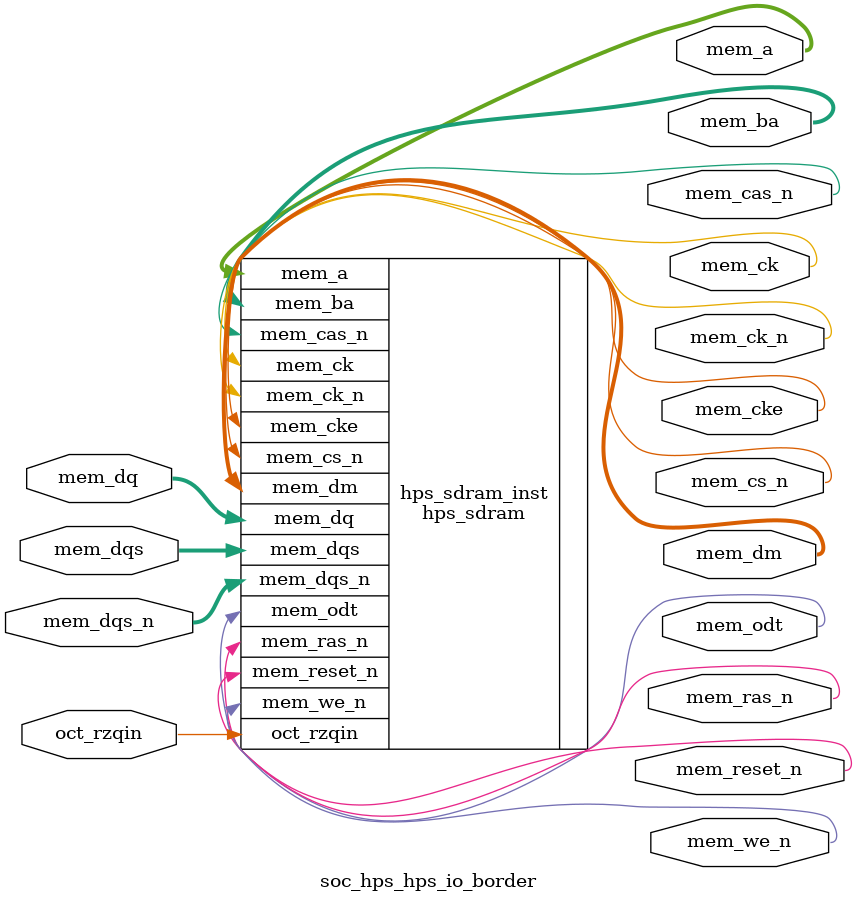
<source format=sv>


module soc_hps_hps_io_border(
// memory
  output wire [15 - 1 : 0 ] mem_a
 ,output wire [3 - 1 : 0 ] mem_ba
 ,output wire [1 - 1 : 0 ] mem_ck
 ,output wire [1 - 1 : 0 ] mem_ck_n
 ,output wire [1 - 1 : 0 ] mem_cke
 ,output wire [1 - 1 : 0 ] mem_cs_n
 ,output wire [1 - 1 : 0 ] mem_ras_n
 ,output wire [1 - 1 : 0 ] mem_cas_n
 ,output wire [1 - 1 : 0 ] mem_we_n
 ,output wire [1 - 1 : 0 ] mem_reset_n
 ,inout wire [32 - 1 : 0 ] mem_dq
 ,inout wire [4 - 1 : 0 ] mem_dqs
 ,inout wire [4 - 1 : 0 ] mem_dqs_n
 ,output wire [1 - 1 : 0 ] mem_odt
 ,output wire [4 - 1 : 0 ] mem_dm
 ,input wire [1 - 1 : 0 ] oct_rzqin
);


hps_sdram hps_sdram_inst(
 .mem_dq({
    mem_dq[31:0] // 31:0
  })
,.mem_odt({
    mem_odt[0:0] // 0:0
  })
,.mem_ras_n({
    mem_ras_n[0:0] // 0:0
  })
,.mem_dqs_n({
    mem_dqs_n[3:0] // 3:0
  })
,.mem_dqs({
    mem_dqs[3:0] // 3:0
  })
,.mem_dm({
    mem_dm[3:0] // 3:0
  })
,.mem_we_n({
    mem_we_n[0:0] // 0:0
  })
,.mem_cas_n({
    mem_cas_n[0:0] // 0:0
  })
,.mem_ba({
    mem_ba[2:0] // 2:0
  })
,.mem_a({
    mem_a[14:0] // 14:0
  })
,.mem_cs_n({
    mem_cs_n[0:0] // 0:0
  })
,.mem_ck({
    mem_ck[0:0] // 0:0
  })
,.mem_cke({
    mem_cke[0:0] // 0:0
  })
,.oct_rzqin({
    oct_rzqin[0:0] // 0:0
  })
,.mem_reset_n({
    mem_reset_n[0:0] // 0:0
  })
,.mem_ck_n({
    mem_ck_n[0:0] // 0:0
  })
);

endmodule


</source>
